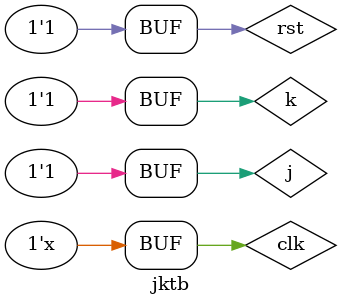
<source format=v>
`timescale 1ns / 1ps


module jktb(

    );
    reg clk;
    reg rst;
    reg j; reg k;
    wire q,qb;
    jkff uut(.clk(clk),.rst(rst),.j(j),.k(k),.q(q),.qb(qb));
    initial clk=1'b0;
    always #10 clk=~clk;
    initial begin
    rst=1;j=1;k=0;
    #10; rst=0;
    #10;j=0;k=0;
    #10;j=0;k=1;
    #10;j=1;k=0;
    #10;j=1;k=1;
     #10; rst=1;
     end 
endmodule

</source>
